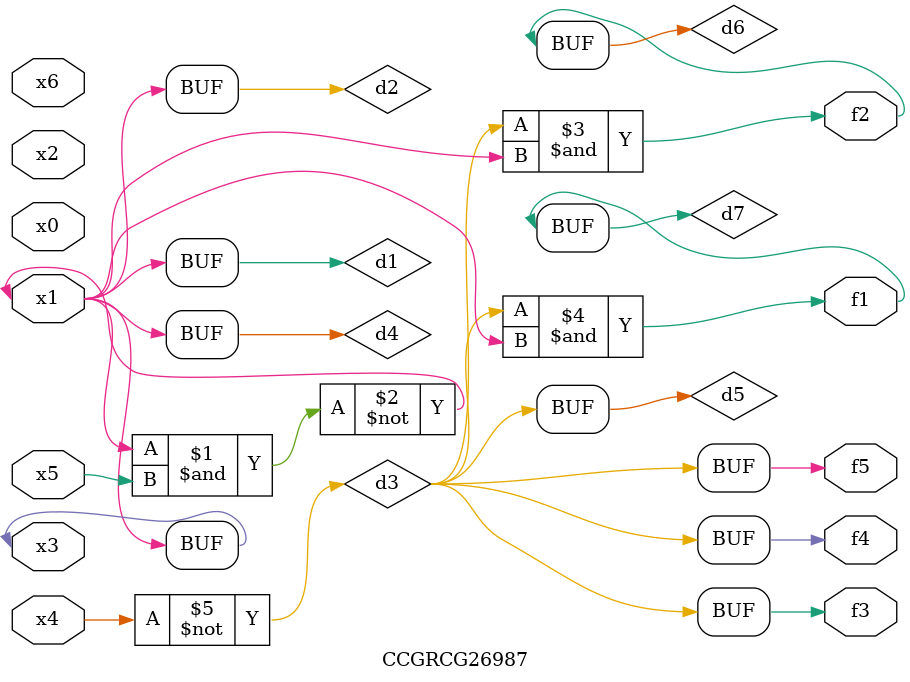
<source format=v>
module CCGRCG26987(
	input x0, x1, x2, x3, x4, x5, x6,
	output f1, f2, f3, f4, f5
);

	wire d1, d2, d3, d4, d5, d6, d7;

	buf (d1, x1, x3);
	nand (d2, x1, x5);
	not (d3, x4);
	buf (d4, d1, d2);
	buf (d5, d3);
	and (d6, d3, d4);
	and (d7, d3, d4);
	assign f1 = d7;
	assign f2 = d6;
	assign f3 = d5;
	assign f4 = d5;
	assign f5 = d5;
endmodule

</source>
